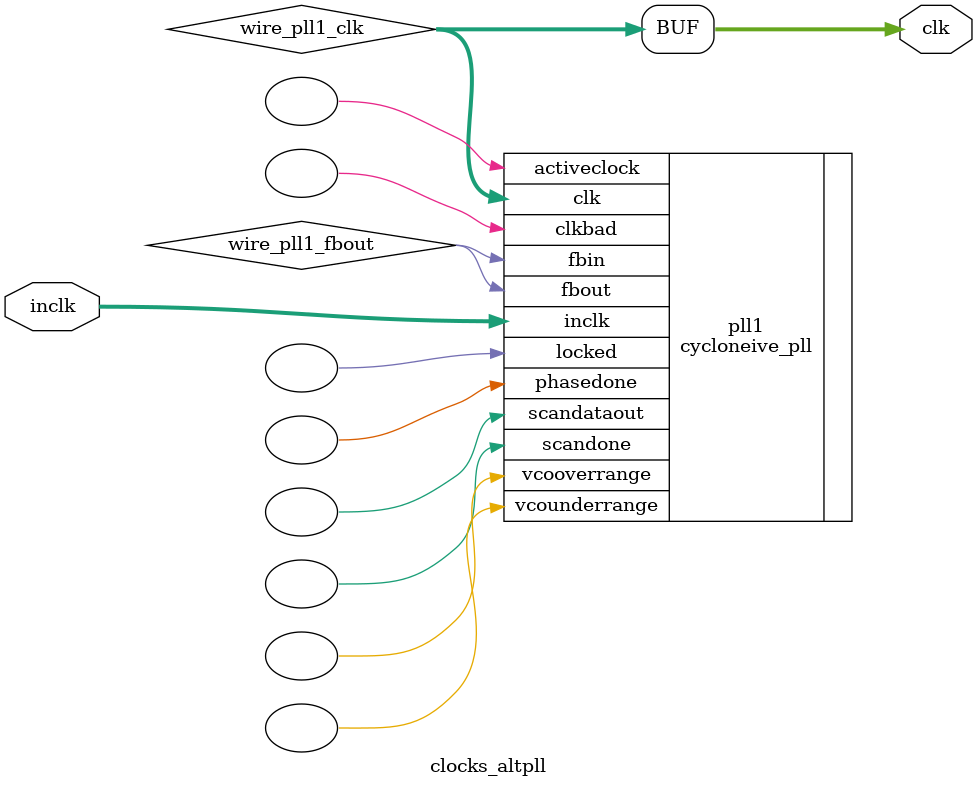
<source format=v>






//synthesis_resources = cycloneive_pll 1 
//synopsys translate_off
`timescale 1 ps / 1 ps
//synopsys translate_on
module  clocks_altpll
	( 
	clk,
	inclk) /* synthesis synthesis_clearbox=1 */;
	output   [4:0]  clk;
	input   [1:0]  inclk;
`ifndef ALTERA_RESERVED_QIS
// synopsys translate_off
`endif
	tri0   [1:0]  inclk;
`ifndef ALTERA_RESERVED_QIS
// synopsys translate_on
`endif

	wire  [4:0]   wire_pll1_clk;
	wire  wire_pll1_fbout;

	cycloneive_pll   pll1
	( 
	.activeclock(),
	.clk(wire_pll1_clk),
	.clkbad(),
	.fbin(wire_pll1_fbout),
	.fbout(wire_pll1_fbout),
	.inclk(inclk),
	.locked(),
	.phasedone(),
	.scandataout(),
	.scandone(),
	.vcooverrange(),
	.vcounderrange()
	`ifndef FORMAL_VERIFICATION
	// synopsys translate_off
	`endif
	,
	.areset(1'b0),
	.clkswitch(1'b0),
	.configupdate(1'b0),
	.pfdena(1'b1),
	.phasecounterselect({3{1'b0}}),
	.phasestep(1'b0),
	.phaseupdown(1'b0),
	.scanclk(1'b0),
	.scanclkena(1'b1),
	.scandata(1'b0)
	`ifndef FORMAL_VERIFICATION
	// synopsys translate_on
	`endif
	);
	defparam
		pll1.bandwidth_type = "auto",
		pll1.clk0_divide_by = 1,
		pll1.clk0_duty_cycle = 50,
		pll1.clk0_multiply_by = 8,
		pll1.clk0_phase_shift = "0",
		pll1.clk1_divide_by = 800,
		pll1.clk1_duty_cycle = 50,
		pll1.clk1_multiply_by = 1,
		pll1.clk1_phase_shift = "0",
		pll1.compensate_clock = "clk0",
		pll1.inclk0_input_frequency = 20000,
		pll1.operation_mode = "normal",
		pll1.pll_type = "auto",
		pll1.lpm_type = "cycloneive_pll";
	assign
		clk = {wire_pll1_clk[4:0]};
endmodule //clocks_altpll
//VALID FILE

</source>
